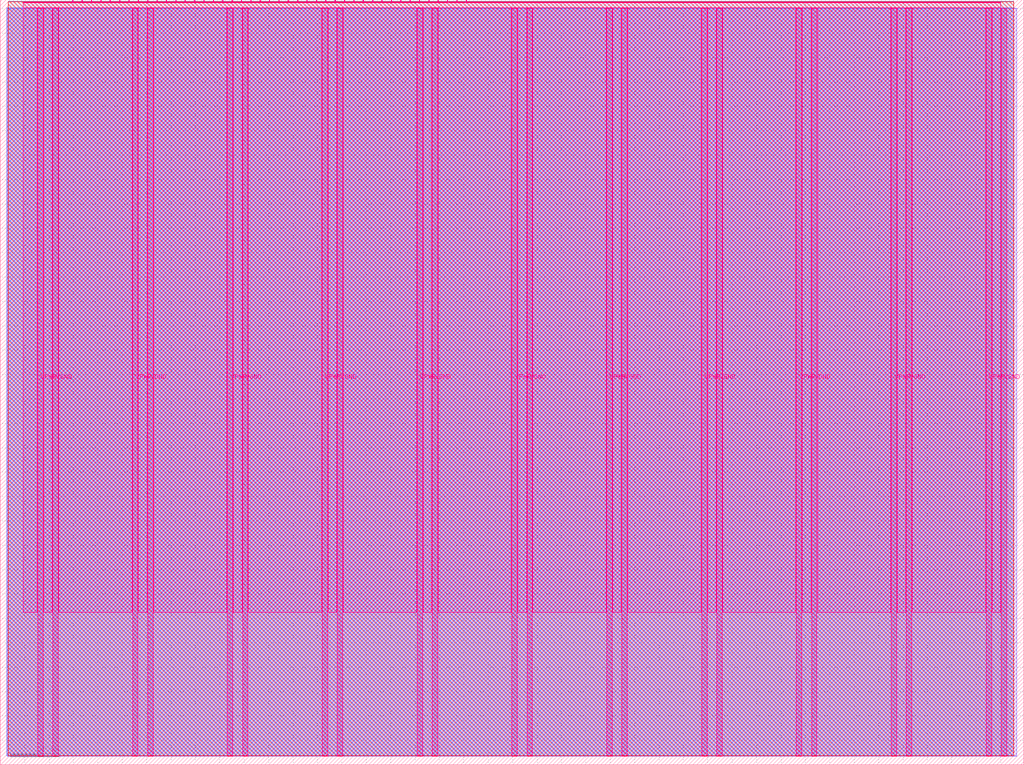
<source format=lef>
VERSION 5.7 ;
  NOWIREEXTENSIONATPIN ON ;
  DIVIDERCHAR "/" ;
  BUSBITCHARS "[]" ;
MACRO tt_um_2048_vga_game
  CLASS BLOCK ;
  FOREIGN tt_um_2048_vga_game ;
  ORIGIN 0.000 0.000 ;
  SIZE 419.520 BY 313.740 ;
  PIN VGND
    DIRECTION INOUT ;
    USE GROUND ;
    PORT
      LAYER Metal5 ;
        RECT 21.580 3.560 23.780 310.180 ;
    END
    PORT
      LAYER Metal5 ;
        RECT 60.450 3.560 62.650 310.180 ;
    END
    PORT
      LAYER Metal5 ;
        RECT 99.320 3.560 101.520 310.180 ;
    END
    PORT
      LAYER Metal5 ;
        RECT 138.190 3.560 140.390 310.180 ;
    END
    PORT
      LAYER Metal5 ;
        RECT 177.060 3.560 179.260 310.180 ;
    END
    PORT
      LAYER Metal5 ;
        RECT 215.930 3.560 218.130 310.180 ;
    END
    PORT
      LAYER Metal5 ;
        RECT 254.800 3.560 257.000 310.180 ;
    END
    PORT
      LAYER Metal5 ;
        RECT 293.670 3.560 295.870 310.180 ;
    END
    PORT
      LAYER Metal5 ;
        RECT 332.540 3.560 334.740 310.180 ;
    END
    PORT
      LAYER Metal5 ;
        RECT 371.410 3.560 373.610 310.180 ;
    END
    PORT
      LAYER Metal5 ;
        RECT 410.280 3.560 412.480 310.180 ;
    END
  END VGND
  PIN VPWR
    DIRECTION INOUT ;
    USE POWER ;
    PORT
      LAYER Metal5 ;
        RECT 15.380 3.560 17.580 310.180 ;
    END
    PORT
      LAYER Metal5 ;
        RECT 54.250 3.560 56.450 310.180 ;
    END
    PORT
      LAYER Metal5 ;
        RECT 93.120 3.560 95.320 310.180 ;
    END
    PORT
      LAYER Metal5 ;
        RECT 131.990 3.560 134.190 310.180 ;
    END
    PORT
      LAYER Metal5 ;
        RECT 170.860 3.560 173.060 310.180 ;
    END
    PORT
      LAYER Metal5 ;
        RECT 209.730 3.560 211.930 310.180 ;
    END
    PORT
      LAYER Metal5 ;
        RECT 248.600 3.560 250.800 310.180 ;
    END
    PORT
      LAYER Metal5 ;
        RECT 287.470 3.560 289.670 310.180 ;
    END
    PORT
      LAYER Metal5 ;
        RECT 326.340 3.560 328.540 310.180 ;
    END
    PORT
      LAYER Metal5 ;
        RECT 365.210 3.560 367.410 310.180 ;
    END
    PORT
      LAYER Metal5 ;
        RECT 404.080 3.560 406.280 310.180 ;
    END
  END VPWR
  PIN clk
    DIRECTION INPUT ;
    USE SIGNAL ;
    ANTENNAGATEAREA 0.213200 ;
    PORT
      LAYER Metal5 ;
        RECT 187.050 312.740 187.350 313.740 ;
    END
  END clk
  PIN ena
    DIRECTION INPUT ;
    USE SIGNAL ;
    PORT
      LAYER Metal5 ;
        RECT 190.890 312.740 191.190 313.740 ;
    END
  END ena
  PIN rst_n
    DIRECTION INPUT ;
    USE SIGNAL ;
    ANTENNAGATEAREA 0.527800 ;
    PORT
      LAYER Metal5 ;
        RECT 183.210 312.740 183.510 313.740 ;
    END
  END rst_n
  PIN ui_in[0]
    DIRECTION INPUT ;
    USE SIGNAL ;
    ANTENNAGATEAREA 0.180700 ;
    PORT
      LAYER Metal5 ;
        RECT 179.370 312.740 179.670 313.740 ;
    END
  END ui_in[0]
  PIN ui_in[1]
    DIRECTION INPUT ;
    USE SIGNAL ;
    ANTENNAGATEAREA 0.180700 ;
    PORT
      LAYER Metal5 ;
        RECT 175.530 312.740 175.830 313.740 ;
    END
  END ui_in[1]
  PIN ui_in[2]
    DIRECTION INPUT ;
    USE SIGNAL ;
    ANTENNAGATEAREA 0.180700 ;
    PORT
      LAYER Metal5 ;
        RECT 171.690 312.740 171.990 313.740 ;
    END
  END ui_in[2]
  PIN ui_in[3]
    DIRECTION INPUT ;
    USE SIGNAL ;
    ANTENNAGATEAREA 0.180700 ;
    PORT
      LAYER Metal5 ;
        RECT 167.850 312.740 168.150 313.740 ;
    END
  END ui_in[3]
  PIN ui_in[4]
    DIRECTION INPUT ;
    USE SIGNAL ;
    ANTENNAGATEAREA 0.314600 ;
    PORT
      LAYER Metal5 ;
        RECT 164.010 312.740 164.310 313.740 ;
    END
  END ui_in[4]
  PIN ui_in[5]
    DIRECTION INPUT ;
    USE SIGNAL ;
    ANTENNAGATEAREA 0.314600 ;
    PORT
      LAYER Metal5 ;
        RECT 160.170 312.740 160.470 313.740 ;
    END
  END ui_in[5]
  PIN ui_in[6]
    DIRECTION INPUT ;
    USE SIGNAL ;
    ANTENNAGATEAREA 0.180700 ;
    PORT
      LAYER Metal5 ;
        RECT 156.330 312.740 156.630 313.740 ;
    END
  END ui_in[6]
  PIN ui_in[7]
    DIRECTION INPUT ;
    USE SIGNAL ;
    ANTENNAGATEAREA 0.213200 ;
    PORT
      LAYER Metal5 ;
        RECT 152.490 312.740 152.790 313.740 ;
    END
  END ui_in[7]
  PIN uio_in[0]
    DIRECTION INPUT ;
    USE SIGNAL ;
    ANTENNAGATEAREA 0.213200 ;
    PORT
      LAYER Metal5 ;
        RECT 148.650 312.740 148.950 313.740 ;
    END
  END uio_in[0]
  PIN uio_in[1]
    DIRECTION INPUT ;
    USE SIGNAL ;
    ANTENNAGATEAREA 0.213200 ;
    PORT
      LAYER Metal5 ;
        RECT 144.810 312.740 145.110 313.740 ;
    END
  END uio_in[1]
  PIN uio_in[2]
    DIRECTION INPUT ;
    USE SIGNAL ;
    ANTENNAGATEAREA 0.180700 ;
    PORT
      LAYER Metal5 ;
        RECT 140.970 312.740 141.270 313.740 ;
    END
  END uio_in[2]
  PIN uio_in[3]
    DIRECTION INPUT ;
    USE SIGNAL ;
    ANTENNAGATEAREA 0.180700 ;
    PORT
      LAYER Metal5 ;
        RECT 137.130 312.740 137.430 313.740 ;
    END
  END uio_in[3]
  PIN uio_in[4]
    DIRECTION INPUT ;
    USE SIGNAL ;
    ANTENNAGATEAREA 0.180700 ;
    PORT
      LAYER Metal5 ;
        RECT 133.290 312.740 133.590 313.740 ;
    END
  END uio_in[4]
  PIN uio_in[5]
    DIRECTION INPUT ;
    USE SIGNAL ;
    ANTENNAGATEAREA 0.180700 ;
    PORT
      LAYER Metal5 ;
        RECT 129.450 312.740 129.750 313.740 ;
    END
  END uio_in[5]
  PIN uio_in[6]
    DIRECTION INPUT ;
    USE SIGNAL ;
    ANTENNAGATEAREA 0.213200 ;
    PORT
      LAYER Metal5 ;
        RECT 125.610 312.740 125.910 313.740 ;
    END
  END uio_in[6]
  PIN uio_in[7]
    DIRECTION INPUT ;
    USE SIGNAL ;
    ANTENNAGATEAREA 0.180700 ;
    PORT
      LAYER Metal5 ;
        RECT 121.770 312.740 122.070 313.740 ;
    END
  END uio_in[7]
  PIN uio_oe[0]
    DIRECTION OUTPUT ;
    USE SIGNAL ;
    ANTENNADIFFAREA 0.299200 ;
    PORT
      LAYER Metal5 ;
        RECT 56.490 312.740 56.790 313.740 ;
    END
  END uio_oe[0]
  PIN uio_oe[1]
    DIRECTION OUTPUT ;
    USE SIGNAL ;
    ANTENNADIFFAREA 0.299200 ;
    PORT
      LAYER Metal5 ;
        RECT 52.650 312.740 52.950 313.740 ;
    END
  END uio_oe[1]
  PIN uio_oe[2]
    DIRECTION OUTPUT ;
    USE SIGNAL ;
    ANTENNADIFFAREA 0.299200 ;
    PORT
      LAYER Metal5 ;
        RECT 48.810 312.740 49.110 313.740 ;
    END
  END uio_oe[2]
  PIN uio_oe[3]
    DIRECTION OUTPUT ;
    USE SIGNAL ;
    ANTENNADIFFAREA 0.299200 ;
    PORT
      LAYER Metal5 ;
        RECT 44.970 312.740 45.270 313.740 ;
    END
  END uio_oe[3]
  PIN uio_oe[4]
    DIRECTION OUTPUT ;
    USE SIGNAL ;
    ANTENNADIFFAREA 0.654800 ;
    PORT
      LAYER Metal5 ;
        RECT 41.130 312.740 41.430 313.740 ;
    END
  END uio_oe[4]
  PIN uio_oe[5]
    DIRECTION OUTPUT ;
    USE SIGNAL ;
    ANTENNADIFFAREA 0.654800 ;
    PORT
      LAYER Metal5 ;
        RECT 37.290 312.740 37.590 313.740 ;
    END
  END uio_oe[5]
  PIN uio_oe[6]
    DIRECTION OUTPUT ;
    USE SIGNAL ;
    ANTENNADIFFAREA 0.654800 ;
    PORT
      LAYER Metal5 ;
        RECT 33.450 312.740 33.750 313.740 ;
    END
  END uio_oe[6]
  PIN uio_oe[7]
    DIRECTION OUTPUT ;
    USE SIGNAL ;
    ANTENNADIFFAREA 0.654800 ;
    PORT
      LAYER Metal5 ;
        RECT 29.610 312.740 29.910 313.740 ;
    END
  END uio_oe[7]
  PIN uio_out[0]
    DIRECTION OUTPUT ;
    USE SIGNAL ;
    ANTENNADIFFAREA 0.299200 ;
    PORT
      LAYER Metal5 ;
        RECT 87.210 312.740 87.510 313.740 ;
    END
  END uio_out[0]
  PIN uio_out[1]
    DIRECTION OUTPUT ;
    USE SIGNAL ;
    ANTENNADIFFAREA 0.299200 ;
    PORT
      LAYER Metal5 ;
        RECT 83.370 312.740 83.670 313.740 ;
    END
  END uio_out[1]
  PIN uio_out[2]
    DIRECTION OUTPUT ;
    USE SIGNAL ;
    ANTENNADIFFAREA 0.299200 ;
    PORT
      LAYER Metal5 ;
        RECT 79.530 312.740 79.830 313.740 ;
    END
  END uio_out[2]
  PIN uio_out[3]
    DIRECTION OUTPUT ;
    USE SIGNAL ;
    ANTENNADIFFAREA 0.299200 ;
    PORT
      LAYER Metal5 ;
        RECT 75.690 312.740 75.990 313.740 ;
    END
  END uio_out[3]
  PIN uio_out[4]
    DIRECTION OUTPUT ;
    USE SIGNAL ;
    ANTENNAGATEAREA 0.109200 ;
    ANTENNADIFFAREA 0.632400 ;
    PORT
      LAYER Metal5 ;
        RECT 71.850 312.740 72.150 313.740 ;
    END
  END uio_out[4]
  PIN uio_out[5]
    DIRECTION OUTPUT ;
    USE SIGNAL ;
    ANTENNAGATEAREA 0.109200 ;
    ANTENNADIFFAREA 0.632400 ;
    PORT
      LAYER Metal5 ;
        RECT 68.010 312.740 68.310 313.740 ;
    END
  END uio_out[5]
  PIN uio_out[6]
    DIRECTION OUTPUT ;
    USE SIGNAL ;
    ANTENNAGATEAREA 0.109200 ;
    ANTENNADIFFAREA 0.632400 ;
    PORT
      LAYER Metal5 ;
        RECT 64.170 312.740 64.470 313.740 ;
    END
  END uio_out[6]
  PIN uio_out[7]
    DIRECTION OUTPUT ;
    USE SIGNAL ;
    ANTENNAGATEAREA 0.109200 ;
    ANTENNADIFFAREA 0.632400 ;
    PORT
      LAYER Metal5 ;
        RECT 60.330 312.740 60.630 313.740 ;
    END
  END uio_out[7]
  PIN uo_out[0]
    DIRECTION OUTPUT ;
    USE SIGNAL ;
    ANTENNADIFFAREA 0.632400 ;
    PORT
      LAYER Metal5 ;
        RECT 117.930 312.740 118.230 313.740 ;
    END
  END uo_out[0]
  PIN uo_out[1]
    DIRECTION OUTPUT ;
    USE SIGNAL ;
    ANTENNADIFFAREA 0.632400 ;
    PORT
      LAYER Metal5 ;
        RECT 114.090 312.740 114.390 313.740 ;
    END
  END uo_out[1]
  PIN uo_out[2]
    DIRECTION OUTPUT ;
    USE SIGNAL ;
    ANTENNADIFFAREA 0.632400 ;
    PORT
      LAYER Metal5 ;
        RECT 110.250 312.740 110.550 313.740 ;
    END
  END uo_out[2]
  PIN uo_out[3]
    DIRECTION OUTPUT ;
    USE SIGNAL ;
    ANTENNADIFFAREA 0.654800 ;
    PORT
      LAYER Metal5 ;
        RECT 106.410 312.740 106.710 313.740 ;
    END
  END uo_out[3]
  PIN uo_out[4]
    DIRECTION OUTPUT ;
    USE SIGNAL ;
    ANTENNADIFFAREA 0.632400 ;
    PORT
      LAYER Metal5 ;
        RECT 102.570 312.740 102.870 313.740 ;
    END
  END uo_out[4]
  PIN uo_out[5]
    DIRECTION OUTPUT ;
    USE SIGNAL ;
    ANTENNADIFFAREA 0.632400 ;
    PORT
      LAYER Metal5 ;
        RECT 98.730 312.740 99.030 313.740 ;
    END
  END uo_out[5]
  PIN uo_out[6]
    DIRECTION OUTPUT ;
    USE SIGNAL ;
    ANTENNADIFFAREA 0.632400 ;
    PORT
      LAYER Metal5 ;
        RECT 94.890 312.740 95.190 313.740 ;
    END
  END uo_out[6]
  PIN uo_out[7]
    DIRECTION OUTPUT ;
    USE SIGNAL ;
    ANTENNADIFFAREA 0.654800 ;
    PORT
      LAYER Metal5 ;
        RECT 91.050 312.740 91.350 313.740 ;
    END
  END uo_out[7]
  OBS
      LAYER GatPoly ;
        RECT 2.880 3.630 416.640 310.110 ;
      LAYER Metal1 ;
        RECT 2.880 3.560 416.640 310.180 ;
      LAYER Metal2 ;
        RECT 2.605 3.680 415.345 310.480 ;
      LAYER Metal3 ;
        RECT 3.260 3.635 415.300 313.045 ;
      LAYER Metal4 ;
        RECT 3.215 3.680 415.345 313.000 ;
      LAYER Metal5 ;
        RECT 9.500 312.530 29.400 312.740 ;
        RECT 30.120 312.530 33.240 312.740 ;
        RECT 33.960 312.530 37.080 312.740 ;
        RECT 37.800 312.530 40.920 312.740 ;
        RECT 41.640 312.530 44.760 312.740 ;
        RECT 45.480 312.530 48.600 312.740 ;
        RECT 49.320 312.530 52.440 312.740 ;
        RECT 53.160 312.530 56.280 312.740 ;
        RECT 57.000 312.530 60.120 312.740 ;
        RECT 60.840 312.530 63.960 312.740 ;
        RECT 64.680 312.530 67.800 312.740 ;
        RECT 68.520 312.530 71.640 312.740 ;
        RECT 72.360 312.530 75.480 312.740 ;
        RECT 76.200 312.530 79.320 312.740 ;
        RECT 80.040 312.530 83.160 312.740 ;
        RECT 83.880 312.530 87.000 312.740 ;
        RECT 87.720 312.530 90.840 312.740 ;
        RECT 91.560 312.530 94.680 312.740 ;
        RECT 95.400 312.530 98.520 312.740 ;
        RECT 99.240 312.530 102.360 312.740 ;
        RECT 103.080 312.530 106.200 312.740 ;
        RECT 106.920 312.530 110.040 312.740 ;
        RECT 110.760 312.530 113.880 312.740 ;
        RECT 114.600 312.530 117.720 312.740 ;
        RECT 118.440 312.530 121.560 312.740 ;
        RECT 122.280 312.530 125.400 312.740 ;
        RECT 126.120 312.530 129.240 312.740 ;
        RECT 129.960 312.530 133.080 312.740 ;
        RECT 133.800 312.530 136.920 312.740 ;
        RECT 137.640 312.530 140.760 312.740 ;
        RECT 141.480 312.530 144.600 312.740 ;
        RECT 145.320 312.530 148.440 312.740 ;
        RECT 149.160 312.530 152.280 312.740 ;
        RECT 153.000 312.530 156.120 312.740 ;
        RECT 156.840 312.530 159.960 312.740 ;
        RECT 160.680 312.530 163.800 312.740 ;
        RECT 164.520 312.530 167.640 312.740 ;
        RECT 168.360 312.530 171.480 312.740 ;
        RECT 172.200 312.530 175.320 312.740 ;
        RECT 176.040 312.530 179.160 312.740 ;
        RECT 179.880 312.530 183.000 312.740 ;
        RECT 183.720 312.530 186.840 312.740 ;
        RECT 187.560 312.530 190.680 312.740 ;
        RECT 191.400 312.530 410.020 312.740 ;
        RECT 9.500 310.390 410.020 312.530 ;
        RECT 9.500 62.435 15.170 310.390 ;
        RECT 17.790 62.435 21.370 310.390 ;
        RECT 23.990 62.435 54.040 310.390 ;
        RECT 56.660 62.435 60.240 310.390 ;
        RECT 62.860 62.435 92.910 310.390 ;
        RECT 95.530 62.435 99.110 310.390 ;
        RECT 101.730 62.435 131.780 310.390 ;
        RECT 134.400 62.435 137.980 310.390 ;
        RECT 140.600 62.435 170.650 310.390 ;
        RECT 173.270 62.435 176.850 310.390 ;
        RECT 179.470 62.435 209.520 310.390 ;
        RECT 212.140 62.435 215.720 310.390 ;
        RECT 218.340 62.435 248.390 310.390 ;
        RECT 251.010 62.435 254.590 310.390 ;
        RECT 257.210 62.435 287.260 310.390 ;
        RECT 289.880 62.435 293.460 310.390 ;
        RECT 296.080 62.435 326.130 310.390 ;
        RECT 328.750 62.435 332.330 310.390 ;
        RECT 334.950 62.435 365.000 310.390 ;
        RECT 367.620 62.435 371.200 310.390 ;
        RECT 373.820 62.435 403.870 310.390 ;
        RECT 406.490 62.435 410.020 310.390 ;
  END
END tt_um_2048_vga_game
END LIBRARY


</source>
